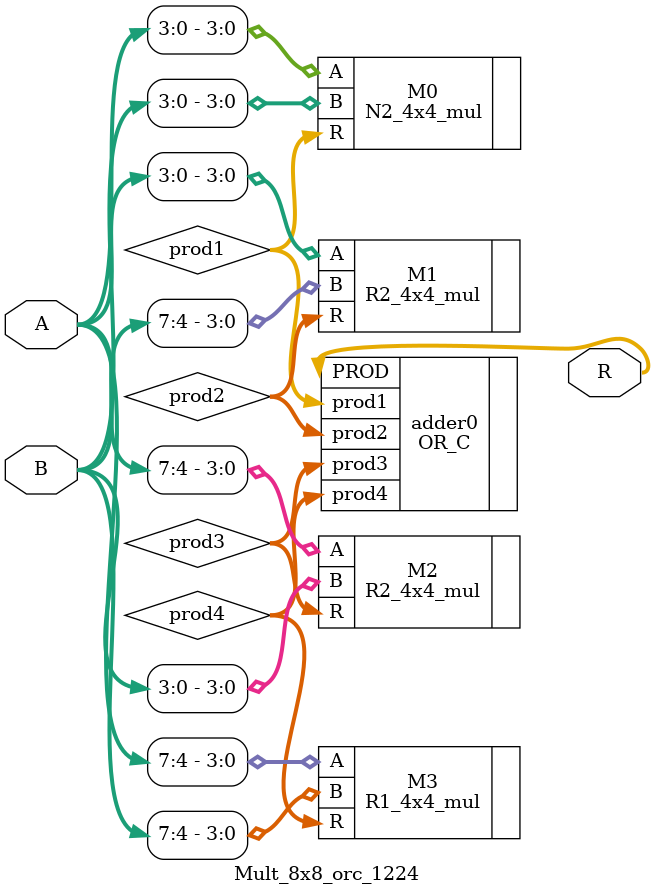
<source format=v>
module Mult_8x8_orc_1224(
input [7:0] A,
input [7:0] B,
output [15:0]R
);
wire [7:0]prod1;
wire [7:0]prod2;
wire [7:0]prod3;
wire [7:0]prod4;

N2_4x4_mul M0(.A(A[3:0]),.B(B[3:0]),.R(prod1));
R2_4x4_mul M1(.A(A[3:0]),.B(B[7:4]),.R(prod2));
R2_4x4_mul M2(.A(A[7:4]),.B(B[3:0]),.R(prod3));
R1_4x4_mul M3(.A(A[7:4]),.B(B[7:4]),.R(prod4));
OR_C adder0(.prod1(prod1),.prod2(prod2),.prod3(prod3),.prod4(prod4),.PROD(R));
endmodule

</source>
